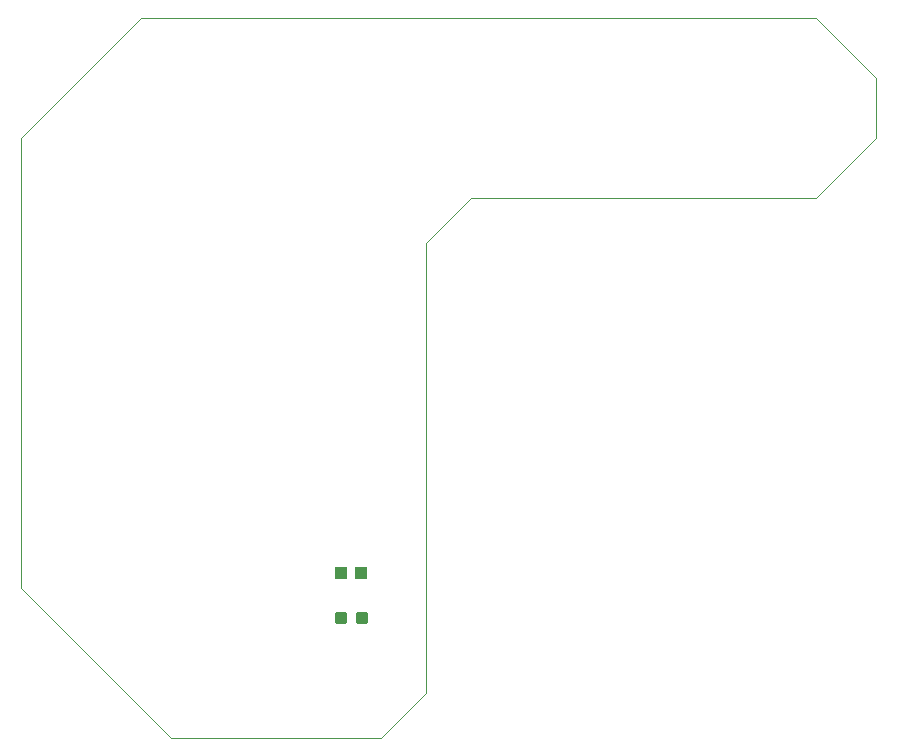
<source format=gtp>
G75*
%MOIN*%
%OFA0B0*%
%FSLAX25Y25*%
%IPPOS*%
%LPD*%
%AMOC8*
5,1,8,0,0,1.08239X$1,22.5*
%
%ADD10C,0.00000*%
%ADD11C,0.01181*%
%ADD12R,0.03937X0.04331*%
D10*
X0051000Y0001000D02*
X0121000Y0001000D01*
X0136000Y0016000D01*
X0136000Y0166000D01*
X0151000Y0181000D01*
X0266000Y0181000D01*
X0286000Y0201000D01*
X0286000Y0221000D01*
X0266000Y0241000D01*
X0041000Y0241000D01*
X0001000Y0201000D01*
X0001000Y0051000D01*
X0051000Y0001000D01*
D11*
X0108925Y0039622D02*
X0108925Y0042378D01*
X0108925Y0039622D02*
X0106169Y0039622D01*
X0106169Y0042378D01*
X0108925Y0042378D01*
X0108925Y0040802D02*
X0106169Y0040802D01*
X0106169Y0041982D02*
X0108925Y0041982D01*
X0115831Y0042378D02*
X0115831Y0039622D01*
X0113075Y0039622D01*
X0113075Y0042378D01*
X0115831Y0042378D01*
X0115831Y0040802D02*
X0113075Y0040802D01*
X0113075Y0041982D02*
X0115831Y0041982D01*
D12*
X0114346Y0056000D03*
X0107654Y0056000D03*
M02*

</source>
